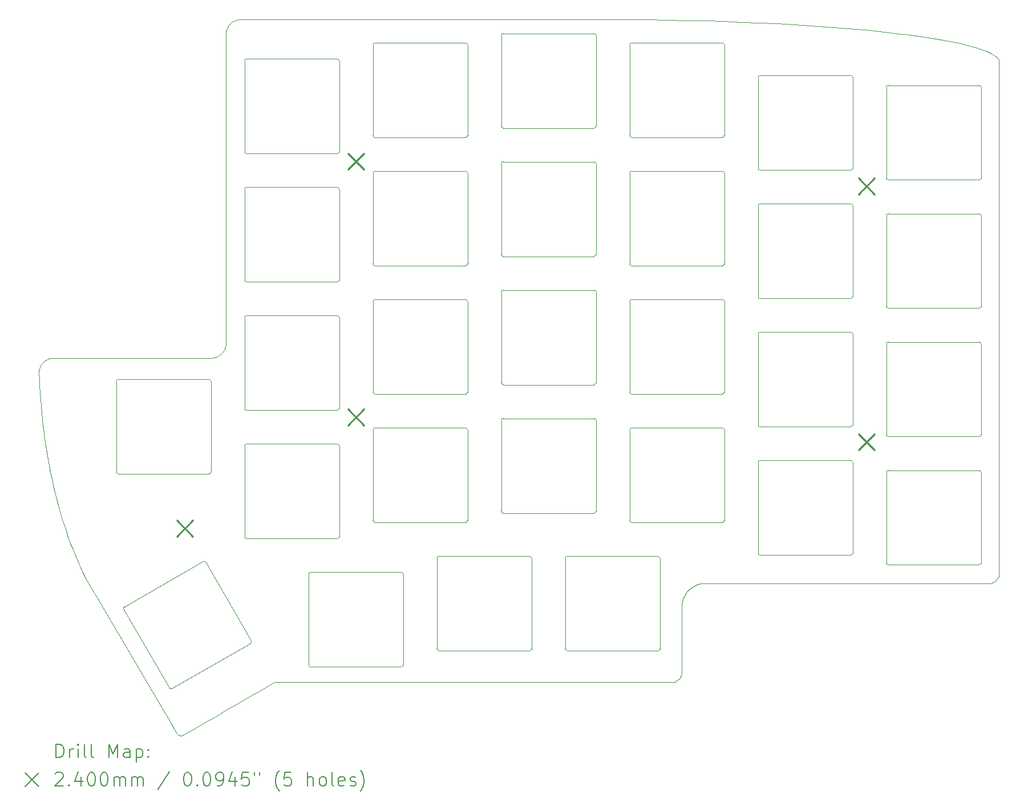
<source format=gbr>
%TF.GenerationSoftware,KiCad,Pcbnew,8.0.6*%
%TF.CreationDate,2025-01-10T15:37:57+13:00*%
%TF.ProjectId,Plate,506c6174-652e-46b6-9963-61645f706362,1*%
%TF.SameCoordinates,Original*%
%TF.FileFunction,Drillmap*%
%TF.FilePolarity,Positive*%
%FSLAX45Y45*%
G04 Gerber Fmt 4.5, Leading zero omitted, Abs format (unit mm)*
G04 Created by KiCad (PCBNEW 8.0.6) date 2025-01-10 15:37:57*
%MOMM*%
%LPD*%
G01*
G04 APERTURE LIST*
%ADD10C,0.100000*%
%ADD11C,0.050000*%
%ADD12C,0.200000*%
%ADD13C,0.240000*%
G04 APERTURE END LIST*
D10*
X8759743Y-12958827D02*
X8801225Y-13029412D01*
X8842815Y-13100182D01*
X8884507Y-13171124D01*
X8926293Y-13242226D01*
X8968165Y-13313476D01*
X9010117Y-13384860D01*
X9052141Y-13456368D01*
X9094230Y-13527986D01*
X9136376Y-13599703D01*
X9178574Y-13671506D01*
X9220815Y-13743382D01*
X9263092Y-13815320D01*
X9305397Y-13887307D01*
X9347725Y-13959331D01*
X9390067Y-14031380D01*
X9432416Y-14103441D01*
X9474765Y-14175502D01*
X9517107Y-14247550D01*
X9559434Y-14319574D01*
X9601740Y-14391561D01*
X9644016Y-14463499D01*
X9686257Y-14535375D01*
X9728454Y-14607177D01*
X9770601Y-14678893D01*
X9812689Y-14750511D01*
X9854713Y-14822019D01*
X9896664Y-14893403D01*
X9938536Y-14964652D01*
X9980322Y-15035753D01*
X10022013Y-15106694D01*
X10063603Y-15177463D01*
X10105084Y-15248048D01*
X17942391Y-13014574D02*
X22156456Y-13014574D01*
X8274234Y-9670055D02*
X10608743Y-9670075D01*
X8054293Y-9890289D02*
X8058504Y-9987095D01*
X8063627Y-10084350D01*
X8069685Y-10182001D01*
X8076704Y-10279999D01*
X8084706Y-10378293D01*
X8093716Y-10476832D01*
X8103757Y-10575565D01*
X8114853Y-10674442D01*
X8127028Y-10773412D01*
X8140306Y-10872424D01*
X8154711Y-10971428D01*
X8170267Y-11070373D01*
X8186997Y-11169208D01*
X8204926Y-11267882D01*
X8224077Y-11366346D01*
X8244474Y-11464548D01*
X8266141Y-11562438D01*
X8289103Y-11659964D01*
X8313382Y-11757077D01*
X8339002Y-11853725D01*
X8365988Y-11949858D01*
X8394364Y-12045425D01*
X8424153Y-12140376D01*
X8455379Y-12234659D01*
X8488066Y-12328225D01*
X8522238Y-12421022D01*
X8557919Y-12513000D01*
X8595132Y-12604108D01*
X8633902Y-12694295D01*
X8674252Y-12783511D01*
X8716207Y-12871705D01*
X8759789Y-12958827D01*
X10828707Y-9450065D02*
X10828707Y-4864277D01*
X17592391Y-14336766D02*
X17591617Y-14352114D01*
X17589346Y-14367016D01*
X17585653Y-14381397D01*
X17580613Y-14395182D01*
X17574300Y-14408295D01*
X17566791Y-14420662D01*
X17558160Y-14432208D01*
X17548482Y-14442858D01*
X17537833Y-14452535D01*
X17526287Y-14461166D01*
X17513920Y-14468676D01*
X17500806Y-14474988D01*
X17487021Y-14480028D01*
X17472640Y-14483722D01*
X17457739Y-14485993D01*
X17442391Y-14486766D01*
X8274209Y-9670075D02*
X8262750Y-9670357D01*
X8251458Y-9671194D01*
X8240345Y-9672573D01*
X8229425Y-9674482D01*
X8218710Y-9676907D01*
X8208214Y-9679836D01*
X8197948Y-9683255D01*
X8187927Y-9687152D01*
X8178163Y-9691513D01*
X8168669Y-9696326D01*
X8159458Y-9701578D01*
X8150543Y-9707255D01*
X8141936Y-9713345D01*
X8133652Y-9719836D01*
X8125702Y-9726713D01*
X8118100Y-9733964D01*
X8110858Y-9741576D01*
X8103990Y-9749537D01*
X8097508Y-9757832D01*
X8091426Y-9766450D01*
X8085756Y-9775377D01*
X8080511Y-9784601D01*
X8075704Y-9794108D01*
X8071348Y-9803885D01*
X8067457Y-9813920D01*
X8064042Y-9824200D01*
X8061117Y-9834711D01*
X8058695Y-9845441D01*
X8056788Y-9856377D01*
X8055411Y-9867505D01*
X8054575Y-9878813D01*
X8054293Y-9890289D01*
X22306456Y-5279276D02*
X22298889Y-5246574D01*
X22276432Y-5214304D01*
X22239449Y-5182506D01*
X22188303Y-5151220D01*
X22123360Y-5120485D01*
X22044984Y-5090341D01*
X21953538Y-5060828D01*
X21849388Y-5031985D01*
X21732897Y-5003853D01*
X21604431Y-4976471D01*
X21464352Y-4949879D01*
X21313026Y-4924116D01*
X21150816Y-4899223D01*
X20978088Y-4875239D01*
X20795205Y-4852204D01*
X20602532Y-4830157D01*
X20400433Y-4809138D01*
X20189272Y-4789188D01*
X19969413Y-4770345D01*
X19741221Y-4752649D01*
X19505061Y-4736141D01*
X19261296Y-4720860D01*
X19010291Y-4706846D01*
X18752410Y-4694138D01*
X18488017Y-4682776D01*
X18217477Y-4672801D01*
X17941154Y-4664251D01*
X17659412Y-4657166D01*
X17372616Y-4651587D01*
X17081130Y-4647552D01*
X16785318Y-4645102D01*
X16485544Y-4644277D01*
X10105084Y-15248048D02*
X10111990Y-15256619D01*
X10120020Y-15263726D01*
X10128970Y-15269361D01*
X10138635Y-15273516D01*
X10148807Y-15276183D01*
X10159283Y-15277353D01*
X10169856Y-15277018D01*
X10180320Y-15275169D01*
X10190470Y-15271798D01*
X10200101Y-15266897D01*
X10206132Y-15262776D01*
X11048667Y-4644277D02*
X11037339Y-4644563D01*
X11026161Y-4645412D01*
X11015147Y-4646809D01*
X11004309Y-4648742D01*
X10993663Y-4651197D01*
X10983221Y-4654159D01*
X10972998Y-4657615D01*
X10963007Y-4661552D01*
X10953262Y-4665954D01*
X10943777Y-4670810D01*
X10934566Y-4676104D01*
X10925642Y-4681823D01*
X10917019Y-4687954D01*
X10908711Y-4694482D01*
X10900731Y-4701394D01*
X10893094Y-4708676D01*
X10885814Y-4716314D01*
X10878903Y-4724295D01*
X10872376Y-4732605D01*
X10866246Y-4741229D01*
X10860528Y-4750155D01*
X10855235Y-4759368D01*
X10850380Y-4768855D01*
X10845978Y-4778601D01*
X10842043Y-4788594D01*
X10838587Y-4798819D01*
X10835625Y-4809262D01*
X10833171Y-4819911D01*
X10831239Y-4830750D01*
X10829841Y-4841767D01*
X10828992Y-4852947D01*
X10828707Y-4864277D01*
X22306456Y-5279276D02*
X22306456Y-12864574D01*
X17592391Y-13364574D02*
X17592846Y-13346549D01*
X17594196Y-13328763D01*
X17596420Y-13311236D01*
X17599495Y-13293992D01*
X17603400Y-13277051D01*
X17608113Y-13260436D01*
X17613611Y-13244169D01*
X17619873Y-13228272D01*
X17626878Y-13212766D01*
X17634602Y-13197673D01*
X17643025Y-13183016D01*
X17652124Y-13168816D01*
X17661877Y-13155096D01*
X17672263Y-13141876D01*
X17683259Y-13129179D01*
X17694844Y-13117028D01*
X17706996Y-13105443D01*
X17719693Y-13094446D01*
X17732913Y-13084060D01*
X17746633Y-13074307D01*
X17760833Y-13065208D01*
X17775490Y-13056785D01*
X17790583Y-13049061D01*
X17806089Y-13042057D01*
X17821986Y-13035794D01*
X17838253Y-13030296D01*
X17854868Y-13025583D01*
X17871808Y-13021678D01*
X17889053Y-13018603D01*
X17906579Y-13016379D01*
X17924366Y-13015029D01*
X17942391Y-13014574D01*
X17592391Y-13364574D02*
X17592391Y-14336766D01*
X11546773Y-14486766D02*
X17442391Y-14486766D01*
X10608746Y-9670065D02*
X10620074Y-9669779D01*
X10631252Y-9668930D01*
X10642266Y-9667533D01*
X10653104Y-9665600D01*
X10663750Y-9663145D01*
X10674192Y-9660183D01*
X10684415Y-9656727D01*
X10694406Y-9652790D01*
X10704151Y-9648388D01*
X10713636Y-9643532D01*
X10722847Y-9638238D01*
X10731771Y-9632519D01*
X10740394Y-9626388D01*
X10748702Y-9619860D01*
X10756682Y-9612948D01*
X10764319Y-9605666D01*
X10771599Y-9598028D01*
X10778510Y-9590047D01*
X10785037Y-9581737D01*
X10791167Y-9573113D01*
X10796885Y-9564187D01*
X10802178Y-9554974D01*
X10807033Y-9545487D01*
X10811435Y-9535741D01*
X10815370Y-9525748D01*
X10818826Y-9515523D01*
X10821788Y-9505080D01*
X10824242Y-9494431D01*
X10826174Y-9483592D01*
X10827572Y-9472575D01*
X10828421Y-9461395D01*
X10828707Y-9450065D01*
X10206132Y-15262776D02*
X10247466Y-15238846D01*
X10288908Y-15214853D01*
X10330452Y-15190802D01*
X10372088Y-15166696D01*
X10413812Y-15142540D01*
X10455614Y-15118339D01*
X10497489Y-15094096D01*
X10539428Y-15069815D01*
X10581425Y-15045501D01*
X10623472Y-15021158D01*
X10665563Y-14996790D01*
X10707689Y-14972401D01*
X10749845Y-14947995D01*
X10792022Y-14923577D01*
X10834213Y-14899150D01*
X10876412Y-14874719D01*
X10918610Y-14850289D01*
X10960801Y-14825862D01*
X11002978Y-14801444D01*
X11045134Y-14777038D01*
X11087260Y-14752649D01*
X11129350Y-14728281D01*
X11171398Y-14703938D01*
X11213394Y-14679624D01*
X11255333Y-14655344D01*
X11297207Y-14631101D01*
X11339010Y-14606899D01*
X11380733Y-14582744D01*
X11422369Y-14558639D01*
X11463912Y-14534588D01*
X11505354Y-14510595D01*
X11546687Y-14486665D01*
X16485544Y-4644277D02*
X11048667Y-4644277D01*
X22306456Y-12864574D02*
X22305682Y-12879922D01*
X22303411Y-12894824D01*
X22299718Y-12909204D01*
X22294678Y-12922989D01*
X22288365Y-12936103D01*
X22280856Y-12948470D01*
X22272225Y-12960016D01*
X22262547Y-12970665D01*
X22251898Y-12980343D01*
X22240352Y-12988974D01*
X22227985Y-12996483D01*
X22214871Y-13002796D01*
X22201086Y-13007836D01*
X22186706Y-13011529D01*
X22171804Y-13013800D01*
X22156456Y-13014574D01*
D11*
X11107500Y-12322500D02*
X11107500Y-10977500D01*
X11137500Y-10947500D02*
X12482500Y-10947500D01*
X12482500Y-12352500D02*
X11137500Y-12352500D01*
X12512500Y-10977500D02*
X12512500Y-12322500D01*
X11107500Y-10977500D02*
G75*
G02*
X11137500Y-10947500I30000J0D01*
G01*
X11137500Y-12352500D02*
G75*
G02*
X11107500Y-12322500I0J30000D01*
G01*
X12482500Y-10947500D02*
G75*
G02*
X12512500Y-10977500I0J-30000D01*
G01*
X12512500Y-12322500D02*
G75*
G02*
X12482500Y-12352500I-30000J0D01*
G01*
X16822500Y-12082500D02*
X16822500Y-10737500D01*
X16852500Y-10707500D02*
X18197500Y-10707500D01*
X18197500Y-12112500D02*
X16852500Y-12112500D01*
X18227500Y-10737500D02*
X18227500Y-12082500D01*
X16822500Y-10737500D02*
G75*
G02*
X16852500Y-10707500I30000J0D01*
G01*
X16852500Y-12112500D02*
G75*
G02*
X16822500Y-12082500I0J30000D01*
G01*
X18197500Y-10707500D02*
G75*
G02*
X18227500Y-10737500I0J-30000D01*
G01*
X18227500Y-12082500D02*
G75*
G02*
X18197500Y-12112500I-30000J0D01*
G01*
X14917500Y-6227500D02*
X14917500Y-4882500D01*
X14947500Y-4852500D02*
X16292500Y-4852500D01*
X16292500Y-6257500D02*
X14947500Y-6257500D01*
X16322500Y-4882500D02*
X16322500Y-6227500D01*
X14917500Y-4882500D02*
G75*
G02*
X14947500Y-4852500I30000J0D01*
G01*
X14947500Y-6257500D02*
G75*
G02*
X14917500Y-6227500I0J30000D01*
G01*
X16292500Y-4852500D02*
G75*
G02*
X16322500Y-4882500I0J-30000D01*
G01*
X16322500Y-6227500D02*
G75*
G02*
X16292500Y-6257500I-30000J0D01*
G01*
X14917500Y-10037500D02*
X14917500Y-8692500D01*
X14947500Y-8662500D02*
X16292500Y-8662500D01*
X16292500Y-10067500D02*
X14947500Y-10067500D01*
X16322500Y-8692500D02*
X16322500Y-10037500D01*
X14917500Y-8692500D02*
G75*
G02*
X14947500Y-8662500I30000J0D01*
G01*
X14947500Y-10067500D02*
G75*
G02*
X14917500Y-10037500I0J30000D01*
G01*
X16292500Y-8662500D02*
G75*
G02*
X16322500Y-8692500I0J-30000D01*
G01*
X16322500Y-10037500D02*
G75*
G02*
X16292500Y-10067500I-30000J0D01*
G01*
X16822500Y-8272500D02*
X16822500Y-6927500D01*
X16852500Y-6897500D02*
X18197500Y-6897500D01*
X18197500Y-8302500D02*
X16852500Y-8302500D01*
X18227500Y-6927500D02*
X18227500Y-8272500D01*
X16822500Y-6927500D02*
G75*
G02*
X16852500Y-6897500I30000J0D01*
G01*
X16852500Y-8302500D02*
G75*
G02*
X16822500Y-8272500I0J30000D01*
G01*
X18197500Y-6897500D02*
G75*
G02*
X18227500Y-6927500I0J-30000D01*
G01*
X18227500Y-8272500D02*
G75*
G02*
X18197500Y-8302500I-30000J0D01*
G01*
X20632500Y-8902500D02*
X20632500Y-7557500D01*
X20662500Y-7527500D02*
X22007500Y-7527500D01*
X22007500Y-8932500D02*
X20662500Y-8932500D01*
X22037500Y-7557500D02*
X22037500Y-8902500D01*
X20632500Y-7557500D02*
G75*
G02*
X20662500Y-7527500I30000J0D01*
G01*
X20662500Y-8932500D02*
G75*
G02*
X20632500Y-8902500I0J30000D01*
G01*
X22007500Y-7527500D02*
G75*
G02*
X22037500Y-7557500I0J-30000D01*
G01*
X22037500Y-8902500D02*
G75*
G02*
X22007500Y-8932500I-30000J0D01*
G01*
X11107500Y-8512500D02*
X11107500Y-7167500D01*
X11137500Y-7137500D02*
X12482500Y-7137500D01*
X12482500Y-8542500D02*
X11137500Y-8542500D01*
X12512500Y-7167500D02*
X12512500Y-8512500D01*
X11107500Y-7167500D02*
G75*
G02*
X11137500Y-7137500I30000J0D01*
G01*
X11137500Y-8542500D02*
G75*
G02*
X11107500Y-8512500I0J30000D01*
G01*
X12482500Y-7137500D02*
G75*
G02*
X12512500Y-7167500I0J-30000D01*
G01*
X12512500Y-8512500D02*
G75*
G02*
X12482500Y-8542500I-30000J0D01*
G01*
X20632500Y-10807500D02*
X20632500Y-9462500D01*
X20662500Y-9432500D02*
X22007500Y-9432500D01*
X22007500Y-10837500D02*
X20662500Y-10837500D01*
X22037500Y-9462500D02*
X22037500Y-10807500D01*
X20632500Y-9462500D02*
G75*
G02*
X20662500Y-9432500I30000J0D01*
G01*
X20662500Y-10837500D02*
G75*
G02*
X20632500Y-10807500I0J30000D01*
G01*
X22007500Y-9432500D02*
G75*
G02*
X22037500Y-9462500I0J-30000D01*
G01*
X22037500Y-10807500D02*
G75*
G02*
X22007500Y-10837500I-30000J0D01*
G01*
X14917500Y-8132500D02*
X14917500Y-6787500D01*
X14947500Y-6757500D02*
X16292500Y-6757500D01*
X16292500Y-8162500D02*
X14947500Y-8162500D01*
X16322500Y-6787500D02*
X16322500Y-8132500D01*
X14917500Y-6787500D02*
G75*
G02*
X14947500Y-6757500I30000J0D01*
G01*
X14947500Y-8162500D02*
G75*
G02*
X14917500Y-8132500I0J30000D01*
G01*
X16292500Y-6757500D02*
G75*
G02*
X16322500Y-6787500I0J-30000D01*
G01*
X16322500Y-8132500D02*
G75*
G02*
X16292500Y-8162500I-30000J0D01*
G01*
X13012500Y-10177500D02*
X13012500Y-8832500D01*
X13042500Y-8802500D02*
X14387500Y-8802500D01*
X14387500Y-10207500D02*
X13042500Y-10207500D01*
X14417500Y-8832500D02*
X14417500Y-10177500D01*
X13012500Y-8832500D02*
G75*
G02*
X13042500Y-8802500I30000J0D01*
G01*
X13042500Y-10207500D02*
G75*
G02*
X13012500Y-10177500I0J30000D01*
G01*
X14387500Y-8802500D02*
G75*
G02*
X14417500Y-8832500I0J-30000D01*
G01*
X14417500Y-10177500D02*
G75*
G02*
X14387500Y-10207500I-30000J0D01*
G01*
X18727500Y-10662500D02*
X18727500Y-9317500D01*
X18757500Y-9287500D02*
X20102500Y-9287500D01*
X20102500Y-10692500D02*
X18757500Y-10692500D01*
X20132500Y-9317500D02*
X20132500Y-10662500D01*
X18727500Y-9317500D02*
G75*
G02*
X18757500Y-9287500I30000J0D01*
G01*
X18757500Y-10692500D02*
G75*
G02*
X18727500Y-10662500I0J30000D01*
G01*
X20102500Y-9287500D02*
G75*
G02*
X20132500Y-9317500I0J-30000D01*
G01*
X20132500Y-10662500D02*
G75*
G02*
X20102500Y-10692500I-30000J0D01*
G01*
X20632500Y-6997500D02*
X20632500Y-5652500D01*
X20662500Y-5622500D02*
X22007500Y-5622500D01*
X22007500Y-7027500D02*
X20662500Y-7027500D01*
X22037500Y-5652500D02*
X22037500Y-6997500D01*
X20632500Y-5652500D02*
G75*
G02*
X20662500Y-5622500I30000J0D01*
G01*
X20662500Y-7027500D02*
G75*
G02*
X20632500Y-6997500I0J30000D01*
G01*
X22007500Y-5622500D02*
G75*
G02*
X22037500Y-5652500I0J-30000D01*
G01*
X22037500Y-6997500D02*
G75*
G02*
X22007500Y-7027500I-30000J0D01*
G01*
X15867500Y-13987500D02*
X15867500Y-12642500D01*
X15897500Y-12612500D02*
X17242500Y-12612500D01*
X17242500Y-14017500D02*
X15897500Y-14017500D01*
X17272500Y-12642500D02*
X17272500Y-13987500D01*
X15867500Y-12642500D02*
G75*
G02*
X15897500Y-12612500I30000J0D01*
G01*
X15897500Y-14017500D02*
G75*
G02*
X15867500Y-13987500I0J30000D01*
G01*
X17242500Y-12612500D02*
G75*
G02*
X17272500Y-12642500I0J-30000D01*
G01*
X17272500Y-13987500D02*
G75*
G02*
X17242500Y-14017500I-30000J0D01*
G01*
X18727500Y-12567500D02*
X18727500Y-11222500D01*
X18757500Y-11192500D02*
X20102500Y-11192500D01*
X20102500Y-12597500D02*
X18757500Y-12597500D01*
X20132500Y-11222500D02*
X20132500Y-12567500D01*
X18727500Y-11222500D02*
G75*
G02*
X18757500Y-11192500I30000J0D01*
G01*
X18757500Y-12597500D02*
G75*
G02*
X18727500Y-12567500I0J30000D01*
G01*
X20102500Y-11192500D02*
G75*
G02*
X20132500Y-11222500I0J-30000D01*
G01*
X20132500Y-12567500D02*
G75*
G02*
X20102500Y-12597500I-30000J0D01*
G01*
X20632500Y-12712500D02*
X20632500Y-11367500D01*
X20662500Y-11337500D02*
X22007500Y-11337500D01*
X22007500Y-12742500D02*
X20662500Y-12742500D01*
X22037500Y-11367500D02*
X22037500Y-12712500D01*
X20632500Y-11367500D02*
G75*
G02*
X20662500Y-11337500I30000J0D01*
G01*
X20662500Y-12742500D02*
G75*
G02*
X20632500Y-12712500I0J30000D01*
G01*
X22007500Y-11337500D02*
G75*
G02*
X22037500Y-11367500I0J-30000D01*
G01*
X22037500Y-12712500D02*
G75*
G02*
X22007500Y-12742500I-30000J0D01*
G01*
X11107500Y-10417500D02*
X11107500Y-9072500D01*
X11137500Y-9042500D02*
X12482500Y-9042500D01*
X12482500Y-10447500D02*
X11137500Y-10447500D01*
X12512500Y-9072500D02*
X12512500Y-10417500D01*
X11107500Y-9072500D02*
G75*
G02*
X11137500Y-9042500I30000J0D01*
G01*
X11137500Y-10447500D02*
G75*
G02*
X11107500Y-10417500I0J30000D01*
G01*
X12482500Y-9042500D02*
G75*
G02*
X12512500Y-9072500I0J-30000D01*
G01*
X12512500Y-10417500D02*
G75*
G02*
X12482500Y-10447500I-30000J0D01*
G01*
X9202500Y-11362500D02*
X9202500Y-10017500D01*
X9232500Y-9987500D02*
X10577500Y-9987500D01*
X10577500Y-11392500D02*
X9232500Y-11392500D01*
X10607500Y-10017500D02*
X10607500Y-11362500D01*
X9202500Y-10017500D02*
G75*
G02*
X9232500Y-9987500I30000J0D01*
G01*
X9232500Y-11392500D02*
G75*
G02*
X9202500Y-11362500I0J30000D01*
G01*
X10577500Y-9987500D02*
G75*
G02*
X10607500Y-10017500I0J-30000D01*
G01*
X10607500Y-11362500D02*
G75*
G02*
X10577500Y-11392500I-30000J0D01*
G01*
X16822500Y-6367500D02*
X16822500Y-5022500D01*
X16852500Y-4992500D02*
X18197500Y-4992500D01*
X18197500Y-6397500D02*
X16852500Y-6397500D01*
X18227500Y-5022500D02*
X18227500Y-6367500D01*
X16822500Y-5022500D02*
G75*
G02*
X16852500Y-4992500I30000J0D01*
G01*
X16852500Y-6397500D02*
G75*
G02*
X16822500Y-6367500I0J30000D01*
G01*
X18197500Y-4992500D02*
G75*
G02*
X18227500Y-5022500I0J-30000D01*
G01*
X18227500Y-6367500D02*
G75*
G02*
X18197500Y-6397500I-30000J0D01*
G01*
X13012500Y-12082500D02*
X13012500Y-10737500D01*
X13042500Y-10707500D02*
X14387500Y-10707500D01*
X14387500Y-12112500D02*
X13042500Y-12112500D01*
X14417500Y-10737500D02*
X14417500Y-12082500D01*
X13012500Y-10737500D02*
G75*
G02*
X13042500Y-10707500I30000J0D01*
G01*
X13042500Y-12112500D02*
G75*
G02*
X13012500Y-12082500I0J30000D01*
G01*
X14387500Y-10707500D02*
G75*
G02*
X14417500Y-10737500I0J-30000D01*
G01*
X14417500Y-12082500D02*
G75*
G02*
X14387500Y-12112500I-30000J0D01*
G01*
X18727500Y-8757500D02*
X18727500Y-7412500D01*
X18757500Y-7382500D02*
X20102500Y-7382500D01*
X20102500Y-8787500D02*
X18757500Y-8787500D01*
X20132500Y-7412500D02*
X20132500Y-8757500D01*
X18727500Y-7412500D02*
G75*
G02*
X18757500Y-7382500I30000J0D01*
G01*
X18757500Y-8787500D02*
G75*
G02*
X18727500Y-8757500I0J30000D01*
G01*
X20102500Y-7382500D02*
G75*
G02*
X20132500Y-7412500I0J-30000D01*
G01*
X20132500Y-8757500D02*
G75*
G02*
X20102500Y-8787500I-30000J0D01*
G01*
X13012500Y-8272500D02*
X13012500Y-6927500D01*
X13042500Y-6897500D02*
X14387500Y-6897500D01*
X14387500Y-8302500D02*
X13042500Y-8302500D01*
X14417500Y-6927500D02*
X14417500Y-8272500D01*
X13012500Y-6927500D02*
G75*
G02*
X13042500Y-6897500I30000J0D01*
G01*
X13042500Y-8302500D02*
G75*
G02*
X13012500Y-8272500I0J30000D01*
G01*
X14387500Y-6897500D02*
G75*
G02*
X14417500Y-6927500I0J-30000D01*
G01*
X14417500Y-8272500D02*
G75*
G02*
X14387500Y-8302500I-30000J0D01*
G01*
X9326348Y-13362867D02*
X10491152Y-12690367D01*
X9987867Y-14568652D02*
X9315367Y-13403848D01*
X10532133Y-12701348D02*
X11204633Y-13866152D01*
X11193652Y-13907133D02*
X10028848Y-14579633D01*
X9315367Y-13403848D02*
G75*
G02*
X9326348Y-13362867I25982J15000D01*
G01*
X10028848Y-14579633D02*
G75*
G02*
X9987867Y-14568652I-15000J25982D01*
G01*
X10491152Y-12690367D02*
G75*
G02*
X10532133Y-12701348I15000J-25981D01*
G01*
X11204633Y-13866152D02*
G75*
G02*
X11193652Y-13907133I-25981J-15000D01*
G01*
X14917500Y-11942500D02*
X14917500Y-10597500D01*
X14947500Y-10567500D02*
X16292500Y-10567500D01*
X16292500Y-11972500D02*
X14947500Y-11972500D01*
X16322500Y-10597500D02*
X16322500Y-11942500D01*
X14917500Y-10597500D02*
G75*
G02*
X14947500Y-10567500I30000J0D01*
G01*
X14947500Y-11972500D02*
G75*
G02*
X14917500Y-11942500I0J30000D01*
G01*
X16292500Y-10567500D02*
G75*
G02*
X16322500Y-10597500I0J-30000D01*
G01*
X16322500Y-11942500D02*
G75*
G02*
X16292500Y-11972500I-30000J0D01*
G01*
X18727500Y-6852500D02*
X18727500Y-5507500D01*
X18757500Y-5477500D02*
X20102500Y-5477500D01*
X20102500Y-6882500D02*
X18757500Y-6882500D01*
X20132500Y-5507500D02*
X20132500Y-6852500D01*
X18727500Y-5507500D02*
G75*
G02*
X18757500Y-5477500I30000J0D01*
G01*
X18757500Y-6882500D02*
G75*
G02*
X18727500Y-6852500I0J30000D01*
G01*
X20102500Y-5477500D02*
G75*
G02*
X20132500Y-5507500I0J-30000D01*
G01*
X20132500Y-6852500D02*
G75*
G02*
X20102500Y-6882500I-30000J0D01*
G01*
X13962500Y-13987500D02*
X13962500Y-12642500D01*
X13992500Y-12612500D02*
X15337500Y-12612500D01*
X15337500Y-14017500D02*
X13992500Y-14017500D01*
X15367500Y-12642500D02*
X15367500Y-13987500D01*
X13962500Y-12642500D02*
G75*
G02*
X13992500Y-12612500I30000J0D01*
G01*
X13992500Y-14017500D02*
G75*
G02*
X13962500Y-13987500I0J30000D01*
G01*
X15337500Y-12612500D02*
G75*
G02*
X15367500Y-12642500I0J-30000D01*
G01*
X15367500Y-13987500D02*
G75*
G02*
X15337500Y-14017500I-30000J0D01*
G01*
X16822500Y-10177500D02*
X16822500Y-8832500D01*
X16852500Y-8802500D02*
X18197500Y-8802500D01*
X18197500Y-10207500D02*
X16852500Y-10207500D01*
X18227500Y-8832500D02*
X18227500Y-10177500D01*
X16822500Y-8832500D02*
G75*
G02*
X16852500Y-8802500I30000J0D01*
G01*
X16852500Y-10207500D02*
G75*
G02*
X16822500Y-10177500I0J30000D01*
G01*
X18197500Y-8802500D02*
G75*
G02*
X18227500Y-8832500I0J-30000D01*
G01*
X18227500Y-10177500D02*
G75*
G02*
X18197500Y-10207500I-30000J0D01*
G01*
X13012500Y-6367500D02*
X13012500Y-5022500D01*
X13042500Y-4992500D02*
X14387500Y-4992500D01*
X14387500Y-6397500D02*
X13042500Y-6397500D01*
X14417500Y-5022500D02*
X14417500Y-6367500D01*
X13012500Y-5022500D02*
G75*
G02*
X13042500Y-4992500I30000J0D01*
G01*
X13042500Y-6397500D02*
G75*
G02*
X13012500Y-6367500I0J30000D01*
G01*
X14387500Y-4992500D02*
G75*
G02*
X14417500Y-5022500I0J-30000D01*
G01*
X14417500Y-6367500D02*
G75*
G02*
X14387500Y-6397500I-30000J0D01*
G01*
X12057500Y-14227500D02*
X12057500Y-12882500D01*
X12087500Y-12852500D02*
X13432500Y-12852500D01*
X13432500Y-14257500D02*
X12087500Y-14257500D01*
X13462500Y-12882500D02*
X13462500Y-14227500D01*
X12057500Y-12882500D02*
G75*
G02*
X12087500Y-12852500I30000J0D01*
G01*
X12087500Y-14257500D02*
G75*
G02*
X12057500Y-14227500I0J30000D01*
G01*
X13432500Y-12852500D02*
G75*
G02*
X13462500Y-12882500I0J-30000D01*
G01*
X13462500Y-14227500D02*
G75*
G02*
X13432500Y-14257500I-30000J0D01*
G01*
X11107500Y-6607500D02*
X11107500Y-5262500D01*
X11137500Y-5232500D02*
X12482500Y-5232500D01*
X12482500Y-6637500D02*
X11137500Y-6637500D01*
X12512500Y-5262500D02*
X12512500Y-6607500D01*
X11107500Y-5262500D02*
G75*
G02*
X11137500Y-5232500I30000J0D01*
G01*
X11137500Y-6637500D02*
G75*
G02*
X11107500Y-6607500I0J30000D01*
G01*
X12482500Y-5232500D02*
G75*
G02*
X12512500Y-5262500I0J-30000D01*
G01*
X12512500Y-6607500D02*
G75*
G02*
X12482500Y-6637500I-30000J0D01*
G01*
D12*
D13*
X10100000Y-12080000D02*
X10340000Y-12320000D01*
X10340000Y-12080000D02*
X10100000Y-12320000D01*
X12640000Y-6630000D02*
X12880000Y-6870000D01*
X12880000Y-6630000D02*
X12640000Y-6870000D01*
X12640000Y-10430000D02*
X12880000Y-10670000D01*
X12880000Y-10430000D02*
X12640000Y-10670000D01*
X20220000Y-7000000D02*
X20460000Y-7240000D01*
X20460000Y-7000000D02*
X20220000Y-7240000D01*
X20220000Y-10800000D02*
X20460000Y-11040000D01*
X20460000Y-10800000D02*
X20220000Y-11040000D01*
D12*
X8310069Y-15603068D02*
X8310069Y-15403068D01*
X8310069Y-15403068D02*
X8357688Y-15403068D01*
X8357688Y-15403068D02*
X8386260Y-15412592D01*
X8386260Y-15412592D02*
X8405308Y-15431640D01*
X8405308Y-15431640D02*
X8414831Y-15450687D01*
X8414831Y-15450687D02*
X8424355Y-15488783D01*
X8424355Y-15488783D02*
X8424355Y-15517354D01*
X8424355Y-15517354D02*
X8414831Y-15555449D01*
X8414831Y-15555449D02*
X8405308Y-15574497D01*
X8405308Y-15574497D02*
X8386260Y-15593545D01*
X8386260Y-15593545D02*
X8357688Y-15603068D01*
X8357688Y-15603068D02*
X8310069Y-15603068D01*
X8510070Y-15603068D02*
X8510070Y-15469735D01*
X8510070Y-15507830D02*
X8519593Y-15488783D01*
X8519593Y-15488783D02*
X8529117Y-15479259D01*
X8529117Y-15479259D02*
X8548165Y-15469735D01*
X8548165Y-15469735D02*
X8567212Y-15469735D01*
X8633879Y-15603068D02*
X8633879Y-15469735D01*
X8633879Y-15403068D02*
X8624355Y-15412592D01*
X8624355Y-15412592D02*
X8633879Y-15422116D01*
X8633879Y-15422116D02*
X8643403Y-15412592D01*
X8643403Y-15412592D02*
X8633879Y-15403068D01*
X8633879Y-15403068D02*
X8633879Y-15422116D01*
X8757689Y-15603068D02*
X8738641Y-15593545D01*
X8738641Y-15593545D02*
X8729117Y-15574497D01*
X8729117Y-15574497D02*
X8729117Y-15403068D01*
X8862450Y-15603068D02*
X8843403Y-15593545D01*
X8843403Y-15593545D02*
X8833879Y-15574497D01*
X8833879Y-15574497D02*
X8833879Y-15403068D01*
X9091022Y-15603068D02*
X9091022Y-15403068D01*
X9091022Y-15403068D02*
X9157689Y-15545926D01*
X9157689Y-15545926D02*
X9224355Y-15403068D01*
X9224355Y-15403068D02*
X9224355Y-15603068D01*
X9405308Y-15603068D02*
X9405308Y-15498307D01*
X9405308Y-15498307D02*
X9395784Y-15479259D01*
X9395784Y-15479259D02*
X9376736Y-15469735D01*
X9376736Y-15469735D02*
X9338641Y-15469735D01*
X9338641Y-15469735D02*
X9319593Y-15479259D01*
X9405308Y-15593545D02*
X9386260Y-15603068D01*
X9386260Y-15603068D02*
X9338641Y-15603068D01*
X9338641Y-15603068D02*
X9319593Y-15593545D01*
X9319593Y-15593545D02*
X9310070Y-15574497D01*
X9310070Y-15574497D02*
X9310070Y-15555449D01*
X9310070Y-15555449D02*
X9319593Y-15536402D01*
X9319593Y-15536402D02*
X9338641Y-15526878D01*
X9338641Y-15526878D02*
X9386260Y-15526878D01*
X9386260Y-15526878D02*
X9405308Y-15517354D01*
X9500546Y-15469735D02*
X9500546Y-15669735D01*
X9500546Y-15479259D02*
X9519593Y-15469735D01*
X9519593Y-15469735D02*
X9557689Y-15469735D01*
X9557689Y-15469735D02*
X9576736Y-15479259D01*
X9576736Y-15479259D02*
X9586260Y-15488783D01*
X9586260Y-15488783D02*
X9595784Y-15507830D01*
X9595784Y-15507830D02*
X9595784Y-15564973D01*
X9595784Y-15564973D02*
X9586260Y-15584021D01*
X9586260Y-15584021D02*
X9576736Y-15593545D01*
X9576736Y-15593545D02*
X9557689Y-15603068D01*
X9557689Y-15603068D02*
X9519593Y-15603068D01*
X9519593Y-15603068D02*
X9500546Y-15593545D01*
X9681498Y-15584021D02*
X9691022Y-15593545D01*
X9691022Y-15593545D02*
X9681498Y-15603068D01*
X9681498Y-15603068D02*
X9671974Y-15593545D01*
X9671974Y-15593545D02*
X9681498Y-15584021D01*
X9681498Y-15584021D02*
X9681498Y-15603068D01*
X9681498Y-15479259D02*
X9691022Y-15488783D01*
X9691022Y-15488783D02*
X9681498Y-15498307D01*
X9681498Y-15498307D02*
X9671974Y-15488783D01*
X9671974Y-15488783D02*
X9681498Y-15479259D01*
X9681498Y-15479259D02*
X9681498Y-15498307D01*
X7849293Y-15831585D02*
X8049293Y-16031585D01*
X8049293Y-15831585D02*
X7849293Y-16031585D01*
X8300546Y-15842116D02*
X8310069Y-15832592D01*
X8310069Y-15832592D02*
X8329117Y-15823068D01*
X8329117Y-15823068D02*
X8376736Y-15823068D01*
X8376736Y-15823068D02*
X8395784Y-15832592D01*
X8395784Y-15832592D02*
X8405308Y-15842116D01*
X8405308Y-15842116D02*
X8414831Y-15861164D01*
X8414831Y-15861164D02*
X8414831Y-15880211D01*
X8414831Y-15880211D02*
X8405308Y-15908783D01*
X8405308Y-15908783D02*
X8291022Y-16023068D01*
X8291022Y-16023068D02*
X8414831Y-16023068D01*
X8500546Y-16004021D02*
X8510070Y-16013545D01*
X8510070Y-16013545D02*
X8500546Y-16023068D01*
X8500546Y-16023068D02*
X8491022Y-16013545D01*
X8491022Y-16013545D02*
X8500546Y-16004021D01*
X8500546Y-16004021D02*
X8500546Y-16023068D01*
X8681498Y-15889735D02*
X8681498Y-16023068D01*
X8633879Y-15813545D02*
X8586260Y-15956402D01*
X8586260Y-15956402D02*
X8710070Y-15956402D01*
X8824355Y-15823068D02*
X8843403Y-15823068D01*
X8843403Y-15823068D02*
X8862451Y-15832592D01*
X8862451Y-15832592D02*
X8871974Y-15842116D01*
X8871974Y-15842116D02*
X8881498Y-15861164D01*
X8881498Y-15861164D02*
X8891022Y-15899259D01*
X8891022Y-15899259D02*
X8891022Y-15946878D01*
X8891022Y-15946878D02*
X8881498Y-15984973D01*
X8881498Y-15984973D02*
X8871974Y-16004021D01*
X8871974Y-16004021D02*
X8862451Y-16013545D01*
X8862451Y-16013545D02*
X8843403Y-16023068D01*
X8843403Y-16023068D02*
X8824355Y-16023068D01*
X8824355Y-16023068D02*
X8805308Y-16013545D01*
X8805308Y-16013545D02*
X8795784Y-16004021D01*
X8795784Y-16004021D02*
X8786260Y-15984973D01*
X8786260Y-15984973D02*
X8776736Y-15946878D01*
X8776736Y-15946878D02*
X8776736Y-15899259D01*
X8776736Y-15899259D02*
X8786260Y-15861164D01*
X8786260Y-15861164D02*
X8795784Y-15842116D01*
X8795784Y-15842116D02*
X8805308Y-15832592D01*
X8805308Y-15832592D02*
X8824355Y-15823068D01*
X9014831Y-15823068D02*
X9033879Y-15823068D01*
X9033879Y-15823068D02*
X9052927Y-15832592D01*
X9052927Y-15832592D02*
X9062451Y-15842116D01*
X9062451Y-15842116D02*
X9071974Y-15861164D01*
X9071974Y-15861164D02*
X9081498Y-15899259D01*
X9081498Y-15899259D02*
X9081498Y-15946878D01*
X9081498Y-15946878D02*
X9071974Y-15984973D01*
X9071974Y-15984973D02*
X9062451Y-16004021D01*
X9062451Y-16004021D02*
X9052927Y-16013545D01*
X9052927Y-16013545D02*
X9033879Y-16023068D01*
X9033879Y-16023068D02*
X9014831Y-16023068D01*
X9014831Y-16023068D02*
X8995784Y-16013545D01*
X8995784Y-16013545D02*
X8986260Y-16004021D01*
X8986260Y-16004021D02*
X8976736Y-15984973D01*
X8976736Y-15984973D02*
X8967212Y-15946878D01*
X8967212Y-15946878D02*
X8967212Y-15899259D01*
X8967212Y-15899259D02*
X8976736Y-15861164D01*
X8976736Y-15861164D02*
X8986260Y-15842116D01*
X8986260Y-15842116D02*
X8995784Y-15832592D01*
X8995784Y-15832592D02*
X9014831Y-15823068D01*
X9167212Y-16023068D02*
X9167212Y-15889735D01*
X9167212Y-15908783D02*
X9176736Y-15899259D01*
X9176736Y-15899259D02*
X9195784Y-15889735D01*
X9195784Y-15889735D02*
X9224355Y-15889735D01*
X9224355Y-15889735D02*
X9243403Y-15899259D01*
X9243403Y-15899259D02*
X9252927Y-15918307D01*
X9252927Y-15918307D02*
X9252927Y-16023068D01*
X9252927Y-15918307D02*
X9262451Y-15899259D01*
X9262451Y-15899259D02*
X9281498Y-15889735D01*
X9281498Y-15889735D02*
X9310070Y-15889735D01*
X9310070Y-15889735D02*
X9329117Y-15899259D01*
X9329117Y-15899259D02*
X9338641Y-15918307D01*
X9338641Y-15918307D02*
X9338641Y-16023068D01*
X9433879Y-16023068D02*
X9433879Y-15889735D01*
X9433879Y-15908783D02*
X9443403Y-15899259D01*
X9443403Y-15899259D02*
X9462451Y-15889735D01*
X9462451Y-15889735D02*
X9491022Y-15889735D01*
X9491022Y-15889735D02*
X9510070Y-15899259D01*
X9510070Y-15899259D02*
X9519593Y-15918307D01*
X9519593Y-15918307D02*
X9519593Y-16023068D01*
X9519593Y-15918307D02*
X9529117Y-15899259D01*
X9529117Y-15899259D02*
X9548165Y-15889735D01*
X9548165Y-15889735D02*
X9576736Y-15889735D01*
X9576736Y-15889735D02*
X9595784Y-15899259D01*
X9595784Y-15899259D02*
X9605308Y-15918307D01*
X9605308Y-15918307D02*
X9605308Y-16023068D01*
X9995784Y-15813545D02*
X9824355Y-16070687D01*
X10252927Y-15823068D02*
X10271975Y-15823068D01*
X10271975Y-15823068D02*
X10291022Y-15832592D01*
X10291022Y-15832592D02*
X10300546Y-15842116D01*
X10300546Y-15842116D02*
X10310070Y-15861164D01*
X10310070Y-15861164D02*
X10319594Y-15899259D01*
X10319594Y-15899259D02*
X10319594Y-15946878D01*
X10319594Y-15946878D02*
X10310070Y-15984973D01*
X10310070Y-15984973D02*
X10300546Y-16004021D01*
X10300546Y-16004021D02*
X10291022Y-16013545D01*
X10291022Y-16013545D02*
X10271975Y-16023068D01*
X10271975Y-16023068D02*
X10252927Y-16023068D01*
X10252927Y-16023068D02*
X10233879Y-16013545D01*
X10233879Y-16013545D02*
X10224355Y-16004021D01*
X10224355Y-16004021D02*
X10214832Y-15984973D01*
X10214832Y-15984973D02*
X10205308Y-15946878D01*
X10205308Y-15946878D02*
X10205308Y-15899259D01*
X10205308Y-15899259D02*
X10214832Y-15861164D01*
X10214832Y-15861164D02*
X10224355Y-15842116D01*
X10224355Y-15842116D02*
X10233879Y-15832592D01*
X10233879Y-15832592D02*
X10252927Y-15823068D01*
X10405308Y-16004021D02*
X10414832Y-16013545D01*
X10414832Y-16013545D02*
X10405308Y-16023068D01*
X10405308Y-16023068D02*
X10395784Y-16013545D01*
X10395784Y-16013545D02*
X10405308Y-16004021D01*
X10405308Y-16004021D02*
X10405308Y-16023068D01*
X10538641Y-15823068D02*
X10557689Y-15823068D01*
X10557689Y-15823068D02*
X10576736Y-15832592D01*
X10576736Y-15832592D02*
X10586260Y-15842116D01*
X10586260Y-15842116D02*
X10595784Y-15861164D01*
X10595784Y-15861164D02*
X10605308Y-15899259D01*
X10605308Y-15899259D02*
X10605308Y-15946878D01*
X10605308Y-15946878D02*
X10595784Y-15984973D01*
X10595784Y-15984973D02*
X10586260Y-16004021D01*
X10586260Y-16004021D02*
X10576736Y-16013545D01*
X10576736Y-16013545D02*
X10557689Y-16023068D01*
X10557689Y-16023068D02*
X10538641Y-16023068D01*
X10538641Y-16023068D02*
X10519594Y-16013545D01*
X10519594Y-16013545D02*
X10510070Y-16004021D01*
X10510070Y-16004021D02*
X10500546Y-15984973D01*
X10500546Y-15984973D02*
X10491022Y-15946878D01*
X10491022Y-15946878D02*
X10491022Y-15899259D01*
X10491022Y-15899259D02*
X10500546Y-15861164D01*
X10500546Y-15861164D02*
X10510070Y-15842116D01*
X10510070Y-15842116D02*
X10519594Y-15832592D01*
X10519594Y-15832592D02*
X10538641Y-15823068D01*
X10700546Y-16023068D02*
X10738641Y-16023068D01*
X10738641Y-16023068D02*
X10757689Y-16013545D01*
X10757689Y-16013545D02*
X10767213Y-16004021D01*
X10767213Y-16004021D02*
X10786260Y-15975449D01*
X10786260Y-15975449D02*
X10795784Y-15937354D01*
X10795784Y-15937354D02*
X10795784Y-15861164D01*
X10795784Y-15861164D02*
X10786260Y-15842116D01*
X10786260Y-15842116D02*
X10776736Y-15832592D01*
X10776736Y-15832592D02*
X10757689Y-15823068D01*
X10757689Y-15823068D02*
X10719594Y-15823068D01*
X10719594Y-15823068D02*
X10700546Y-15832592D01*
X10700546Y-15832592D02*
X10691022Y-15842116D01*
X10691022Y-15842116D02*
X10681498Y-15861164D01*
X10681498Y-15861164D02*
X10681498Y-15908783D01*
X10681498Y-15908783D02*
X10691022Y-15927830D01*
X10691022Y-15927830D02*
X10700546Y-15937354D01*
X10700546Y-15937354D02*
X10719594Y-15946878D01*
X10719594Y-15946878D02*
X10757689Y-15946878D01*
X10757689Y-15946878D02*
X10776736Y-15937354D01*
X10776736Y-15937354D02*
X10786260Y-15927830D01*
X10786260Y-15927830D02*
X10795784Y-15908783D01*
X10967213Y-15889735D02*
X10967213Y-16023068D01*
X10919594Y-15813545D02*
X10871975Y-15956402D01*
X10871975Y-15956402D02*
X10995784Y-15956402D01*
X11167213Y-15823068D02*
X11071975Y-15823068D01*
X11071975Y-15823068D02*
X11062451Y-15918307D01*
X11062451Y-15918307D02*
X11071975Y-15908783D01*
X11071975Y-15908783D02*
X11091022Y-15899259D01*
X11091022Y-15899259D02*
X11138641Y-15899259D01*
X11138641Y-15899259D02*
X11157689Y-15908783D01*
X11157689Y-15908783D02*
X11167213Y-15918307D01*
X11167213Y-15918307D02*
X11176736Y-15937354D01*
X11176736Y-15937354D02*
X11176736Y-15984973D01*
X11176736Y-15984973D02*
X11167213Y-16004021D01*
X11167213Y-16004021D02*
X11157689Y-16013545D01*
X11157689Y-16013545D02*
X11138641Y-16023068D01*
X11138641Y-16023068D02*
X11091022Y-16023068D01*
X11091022Y-16023068D02*
X11071975Y-16013545D01*
X11071975Y-16013545D02*
X11062451Y-16004021D01*
X11252927Y-15823068D02*
X11252927Y-15861164D01*
X11329117Y-15823068D02*
X11329117Y-15861164D01*
X11624356Y-16099259D02*
X11614832Y-16089735D01*
X11614832Y-16089735D02*
X11595784Y-16061164D01*
X11595784Y-16061164D02*
X11586260Y-16042116D01*
X11586260Y-16042116D02*
X11576736Y-16013545D01*
X11576736Y-16013545D02*
X11567213Y-15965926D01*
X11567213Y-15965926D02*
X11567213Y-15927830D01*
X11567213Y-15927830D02*
X11576736Y-15880211D01*
X11576736Y-15880211D02*
X11586260Y-15851640D01*
X11586260Y-15851640D02*
X11595784Y-15832592D01*
X11595784Y-15832592D02*
X11614832Y-15804021D01*
X11614832Y-15804021D02*
X11624356Y-15794497D01*
X11795784Y-15823068D02*
X11700546Y-15823068D01*
X11700546Y-15823068D02*
X11691022Y-15918307D01*
X11691022Y-15918307D02*
X11700546Y-15908783D01*
X11700546Y-15908783D02*
X11719594Y-15899259D01*
X11719594Y-15899259D02*
X11767213Y-15899259D01*
X11767213Y-15899259D02*
X11786260Y-15908783D01*
X11786260Y-15908783D02*
X11795784Y-15918307D01*
X11795784Y-15918307D02*
X11805308Y-15937354D01*
X11805308Y-15937354D02*
X11805308Y-15984973D01*
X11805308Y-15984973D02*
X11795784Y-16004021D01*
X11795784Y-16004021D02*
X11786260Y-16013545D01*
X11786260Y-16013545D02*
X11767213Y-16023068D01*
X11767213Y-16023068D02*
X11719594Y-16023068D01*
X11719594Y-16023068D02*
X11700546Y-16013545D01*
X11700546Y-16013545D02*
X11691022Y-16004021D01*
X12043403Y-16023068D02*
X12043403Y-15823068D01*
X12129117Y-16023068D02*
X12129117Y-15918307D01*
X12129117Y-15918307D02*
X12119594Y-15899259D01*
X12119594Y-15899259D02*
X12100546Y-15889735D01*
X12100546Y-15889735D02*
X12071975Y-15889735D01*
X12071975Y-15889735D02*
X12052927Y-15899259D01*
X12052927Y-15899259D02*
X12043403Y-15908783D01*
X12252927Y-16023068D02*
X12233879Y-16013545D01*
X12233879Y-16013545D02*
X12224356Y-16004021D01*
X12224356Y-16004021D02*
X12214832Y-15984973D01*
X12214832Y-15984973D02*
X12214832Y-15927830D01*
X12214832Y-15927830D02*
X12224356Y-15908783D01*
X12224356Y-15908783D02*
X12233879Y-15899259D01*
X12233879Y-15899259D02*
X12252927Y-15889735D01*
X12252927Y-15889735D02*
X12281498Y-15889735D01*
X12281498Y-15889735D02*
X12300546Y-15899259D01*
X12300546Y-15899259D02*
X12310070Y-15908783D01*
X12310070Y-15908783D02*
X12319594Y-15927830D01*
X12319594Y-15927830D02*
X12319594Y-15984973D01*
X12319594Y-15984973D02*
X12310070Y-16004021D01*
X12310070Y-16004021D02*
X12300546Y-16013545D01*
X12300546Y-16013545D02*
X12281498Y-16023068D01*
X12281498Y-16023068D02*
X12252927Y-16023068D01*
X12433879Y-16023068D02*
X12414832Y-16013545D01*
X12414832Y-16013545D02*
X12405308Y-15994497D01*
X12405308Y-15994497D02*
X12405308Y-15823068D01*
X12586260Y-16013545D02*
X12567213Y-16023068D01*
X12567213Y-16023068D02*
X12529117Y-16023068D01*
X12529117Y-16023068D02*
X12510070Y-16013545D01*
X12510070Y-16013545D02*
X12500546Y-15994497D01*
X12500546Y-15994497D02*
X12500546Y-15918307D01*
X12500546Y-15918307D02*
X12510070Y-15899259D01*
X12510070Y-15899259D02*
X12529117Y-15889735D01*
X12529117Y-15889735D02*
X12567213Y-15889735D01*
X12567213Y-15889735D02*
X12586260Y-15899259D01*
X12586260Y-15899259D02*
X12595784Y-15918307D01*
X12595784Y-15918307D02*
X12595784Y-15937354D01*
X12595784Y-15937354D02*
X12500546Y-15956402D01*
X12671975Y-16013545D02*
X12691022Y-16023068D01*
X12691022Y-16023068D02*
X12729117Y-16023068D01*
X12729117Y-16023068D02*
X12748165Y-16013545D01*
X12748165Y-16013545D02*
X12757689Y-15994497D01*
X12757689Y-15994497D02*
X12757689Y-15984973D01*
X12757689Y-15984973D02*
X12748165Y-15965926D01*
X12748165Y-15965926D02*
X12729117Y-15956402D01*
X12729117Y-15956402D02*
X12700546Y-15956402D01*
X12700546Y-15956402D02*
X12681498Y-15946878D01*
X12681498Y-15946878D02*
X12671975Y-15927830D01*
X12671975Y-15927830D02*
X12671975Y-15918307D01*
X12671975Y-15918307D02*
X12681498Y-15899259D01*
X12681498Y-15899259D02*
X12700546Y-15889735D01*
X12700546Y-15889735D02*
X12729117Y-15889735D01*
X12729117Y-15889735D02*
X12748165Y-15899259D01*
X12824356Y-16099259D02*
X12833879Y-16089735D01*
X12833879Y-16089735D02*
X12852927Y-16061164D01*
X12852927Y-16061164D02*
X12862451Y-16042116D01*
X12862451Y-16042116D02*
X12871975Y-16013545D01*
X12871975Y-16013545D02*
X12881498Y-15965926D01*
X12881498Y-15965926D02*
X12881498Y-15927830D01*
X12881498Y-15927830D02*
X12871975Y-15880211D01*
X12871975Y-15880211D02*
X12862451Y-15851640D01*
X12862451Y-15851640D02*
X12852927Y-15832592D01*
X12852927Y-15832592D02*
X12833879Y-15804021D01*
X12833879Y-15804021D02*
X12824356Y-15794497D01*
M02*

</source>
